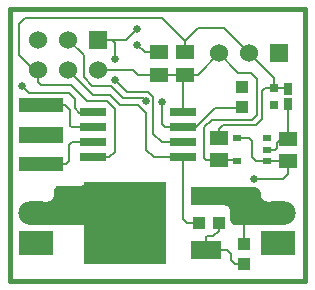
<source format=gtl>
G04 (created by PCBNEW (2013-01-08 BZR 3894)-testing) date Sat 12 Jan 2013 10:37:44 PM CET*
%MOIN*%
G04 Gerber Fmt 3.4, Leading zero omitted, Abs format*
%FSLAX34Y34*%
G01*
G70*
G90*
G04 APERTURE LIST*
%ADD10C,3.14961e-06*%
%ADD11C,0.015*%
%ADD12R,0.06X0.06*%
%ADD13C,0.06*%
%ADD14R,0.0314X0.0314*%
%ADD15R,0.11811X0.0787402*%
%ADD16O,0.11811X0.0787402*%
%ADD17R,0.059X0.0511*%
%ADD18R,0.0984252X0.0590551*%
%ADD19R,0.275591X0.275591*%
%ADD20R,0.0393X0.0433*%
%ADD21R,0.149606X0.0472441*%
%ADD22R,0.149606X0.0551181*%
%ADD23R,0.0433X0.0393*%
%ADD24R,0.0866142X0.0275591*%
%ADD25R,0.03X0.02*%
%ADD26R,0.0256X0.0394*%
%ADD27C,0.025*%
%ADD28C,0.008*%
%ADD29C,0.00984252*%
G04 APERTURE END LIST*
G54D10*
G54D11*
X29921Y-13779D02*
X29921Y-22834D01*
X39763Y-22834D02*
X39763Y-13779D01*
X39763Y-13779D02*
X29921Y-13779D01*
X39763Y-22834D02*
X29921Y-22834D01*
G54D12*
X38893Y-15255D03*
G54D13*
X37893Y-15255D03*
X36893Y-15255D03*
G54D14*
X38720Y-16987D03*
X38720Y-16397D03*
G54D15*
X38877Y-21562D03*
G54D16*
X38877Y-20562D03*
G54D15*
X30787Y-21562D03*
G54D16*
X30787Y-20562D03*
G54D12*
X32870Y-14795D03*
G54D13*
X32870Y-15795D03*
X31870Y-14795D03*
X31870Y-15795D03*
X30870Y-14795D03*
X30870Y-15795D03*
G54D17*
X34881Y-15964D03*
X34881Y-15216D03*
X36889Y-18818D03*
X36889Y-18070D03*
X39192Y-18838D03*
X39192Y-18090D03*
X35767Y-15964D03*
X35767Y-15216D03*
G54D18*
X36476Y-21811D03*
X36476Y-20000D03*
G54D19*
X33760Y-20905D03*
G54D20*
X36221Y-20905D03*
X36889Y-20905D03*
G54D21*
X30964Y-16988D03*
G54D22*
X30964Y-17972D03*
G54D21*
X30964Y-18956D03*
G54D23*
X37736Y-21595D03*
X37736Y-22263D03*
G54D24*
X32692Y-17222D03*
X32692Y-17722D03*
X32692Y-18222D03*
X32692Y-18722D03*
X35692Y-18722D03*
X35692Y-18222D03*
X35692Y-17722D03*
X35692Y-17222D03*
G54D25*
X38511Y-18839D03*
X38511Y-18089D03*
X37511Y-18839D03*
X38511Y-18464D03*
X37511Y-18089D03*
G54D26*
X39212Y-16436D03*
X39212Y-16948D03*
G54D23*
X37657Y-16378D03*
X37657Y-17046D03*
G54D27*
X33444Y-15452D03*
X33444Y-16141D03*
X34173Y-14429D03*
X30314Y-16338D03*
X34173Y-14960D03*
X34448Y-16850D03*
X34980Y-16870D03*
X38051Y-19448D03*
X32874Y-20177D03*
X32874Y-19783D03*
X33267Y-19783D03*
X33267Y-20177D03*
X33661Y-20177D03*
X33661Y-19783D03*
X34055Y-19783D03*
X34055Y-20177D03*
X34448Y-20177D03*
X34448Y-19783D03*
X34842Y-19783D03*
X34842Y-20177D03*
X30964Y-17972D03*
X39192Y-18090D03*
X37657Y-16378D03*
X38720Y-16988D03*
G54D28*
X33444Y-16141D02*
X33838Y-16535D01*
X33444Y-15452D02*
X33444Y-14921D01*
X33444Y-14921D02*
X33318Y-14795D01*
X32870Y-14795D02*
X33318Y-14795D01*
X34704Y-17933D02*
X34994Y-18222D01*
X34704Y-16712D02*
X34704Y-17933D01*
X34527Y-16535D02*
X34704Y-16712D01*
X33838Y-16535D02*
X34527Y-16535D01*
X32870Y-14795D02*
X33807Y-14795D01*
X33807Y-14795D02*
X34173Y-14429D01*
X35692Y-18222D02*
X34994Y-18222D01*
X35692Y-18722D02*
X35692Y-20771D01*
X35692Y-20771D02*
X35826Y-20905D01*
X35826Y-20905D02*
X36221Y-20905D01*
X32696Y-16633D02*
X33248Y-16633D01*
X31870Y-15807D02*
X32696Y-16633D01*
X35692Y-18722D02*
X34726Y-18722D01*
X31870Y-15807D02*
X31870Y-15795D01*
X34468Y-18464D02*
X34726Y-18722D01*
X34468Y-17224D02*
X34468Y-18464D01*
X34212Y-16968D02*
X34468Y-17224D01*
X33582Y-16968D02*
X34212Y-16968D01*
X33248Y-16633D02*
X33582Y-16968D01*
X32086Y-16771D02*
X32086Y-17086D01*
X32086Y-17086D02*
X32224Y-17224D01*
X32224Y-17224D02*
X32690Y-17224D01*
X32692Y-17222D02*
X32690Y-17224D01*
X31889Y-16574D02*
X30551Y-16574D01*
X30551Y-16574D02*
X30314Y-16338D01*
X31889Y-16574D02*
X32086Y-16771D01*
X32692Y-17222D02*
X32692Y-17220D01*
X34173Y-14960D02*
X34429Y-15216D01*
X34429Y-15216D02*
X34881Y-15216D01*
X36771Y-17066D02*
X37637Y-17066D01*
X36116Y-17722D02*
X36771Y-17066D01*
X35692Y-17722D02*
X36116Y-17722D01*
X37637Y-17066D02*
X37657Y-17046D01*
X34980Y-17618D02*
X34980Y-16870D01*
X35692Y-17722D02*
X35084Y-17722D01*
X35084Y-17722D02*
X34980Y-17618D01*
X32381Y-15307D02*
X31870Y-14795D01*
X32381Y-16043D02*
X32381Y-15307D01*
X32677Y-16338D02*
X32381Y-16043D01*
X33287Y-16338D02*
X32677Y-16338D01*
X33700Y-16751D02*
X33287Y-16338D01*
X34350Y-16751D02*
X33700Y-16751D01*
X34448Y-16850D02*
X34350Y-16751D01*
X39192Y-18838D02*
X39192Y-19271D01*
X39015Y-19448D02*
X38051Y-19448D01*
X39192Y-19271D02*
X39015Y-19448D01*
X38511Y-18839D02*
X39191Y-18839D01*
X39191Y-18839D02*
X39192Y-18838D01*
X37511Y-18089D02*
X37912Y-18089D01*
X38130Y-18839D02*
X38511Y-18839D01*
X37992Y-18700D02*
X38130Y-18839D01*
X37992Y-18169D02*
X37992Y-18700D01*
X37912Y-18089D02*
X37992Y-18169D01*
X30964Y-16988D02*
X31771Y-16988D01*
X31994Y-17722D02*
X32692Y-17722D01*
X31929Y-17657D02*
X31994Y-17722D01*
X31929Y-17145D02*
X31929Y-17657D01*
X31771Y-16988D02*
X31929Y-17145D01*
X30964Y-18956D02*
X31791Y-18956D01*
X31994Y-18222D02*
X32692Y-18222D01*
X31909Y-18307D02*
X31994Y-18222D01*
X31909Y-18838D02*
X31909Y-18307D01*
X31791Y-18956D02*
X31909Y-18838D01*
X33760Y-20905D02*
X34114Y-20905D01*
X32874Y-20177D02*
X33760Y-20905D01*
X33267Y-19783D02*
X32874Y-19783D01*
X33661Y-20177D02*
X33267Y-20177D01*
X34055Y-19783D02*
X33661Y-19783D01*
X34448Y-20177D02*
X34055Y-20177D01*
X34842Y-19783D02*
X34448Y-19783D01*
X34114Y-20905D02*
X34842Y-20177D01*
X30787Y-20562D02*
X33417Y-20562D01*
X33417Y-20562D02*
X33760Y-20905D01*
X36889Y-18070D02*
X36889Y-17775D01*
X38444Y-16397D02*
X38720Y-16397D01*
X38326Y-16515D02*
X38444Y-16397D01*
X38326Y-17440D02*
X38326Y-16515D01*
X38129Y-17637D02*
X38326Y-17440D01*
X37027Y-17637D02*
X38129Y-17637D01*
X36889Y-17775D02*
X37027Y-17637D01*
X38720Y-16397D02*
X38720Y-16082D01*
X38720Y-16082D02*
X37893Y-15255D01*
X38720Y-16397D02*
X39173Y-16397D01*
X39173Y-16397D02*
X39212Y-16436D01*
X33070Y-16830D02*
X33149Y-16830D01*
X33226Y-18722D02*
X32692Y-18722D01*
X33425Y-18523D02*
X33226Y-18722D01*
X33425Y-17106D02*
X33425Y-18523D01*
X33149Y-16830D02*
X33425Y-17106D01*
X31948Y-16299D02*
X30964Y-16299D01*
X30964Y-16299D02*
X30870Y-16204D01*
X30870Y-15795D02*
X30870Y-16204D01*
X32480Y-16830D02*
X31948Y-16299D01*
X33070Y-16830D02*
X32480Y-16830D01*
X30870Y-15795D02*
X30736Y-15795D01*
X30736Y-15795D02*
X30236Y-15295D01*
X30236Y-15295D02*
X30236Y-14271D01*
X30236Y-14271D02*
X30433Y-14074D01*
X30433Y-14074D02*
X35000Y-14074D01*
X35000Y-14074D02*
X35767Y-14842D01*
X35767Y-15216D02*
X35767Y-14842D01*
X37047Y-14409D02*
X37893Y-15255D01*
X35767Y-14842D02*
X36200Y-14409D01*
X36200Y-14409D02*
X37047Y-14409D01*
X38511Y-18464D02*
X38759Y-18464D01*
X38759Y-18464D02*
X38818Y-18405D01*
X38818Y-18405D02*
X38818Y-18228D01*
X38818Y-18228D02*
X38956Y-18090D01*
X38956Y-18090D02*
X39192Y-18090D01*
X39212Y-16948D02*
X39212Y-18070D01*
X39212Y-18070D02*
X39192Y-18090D01*
X37736Y-21595D02*
X37736Y-20708D01*
X37736Y-20708D02*
X37881Y-20562D01*
X37881Y-20562D02*
X38877Y-20562D01*
X36476Y-21811D02*
X37165Y-21811D01*
X37420Y-22263D02*
X37736Y-22263D01*
X37283Y-22125D02*
X37420Y-22263D01*
X37283Y-21929D02*
X37283Y-22125D01*
X37165Y-21811D02*
X37283Y-21929D01*
X36476Y-21811D02*
X36476Y-21358D01*
X36889Y-21162D02*
X36889Y-20905D01*
X36712Y-21338D02*
X36889Y-21162D01*
X36496Y-21338D02*
X36712Y-21338D01*
X36476Y-21358D02*
X36496Y-21338D01*
X38720Y-16987D02*
X38720Y-16988D01*
X36397Y-17716D02*
X36653Y-17460D01*
X36889Y-18818D02*
X36476Y-18818D01*
X37543Y-15905D02*
X36893Y-15255D01*
X36397Y-18740D02*
X36397Y-17716D01*
X36476Y-18818D02*
X36397Y-18740D01*
X37952Y-15905D02*
X37543Y-15905D01*
X38149Y-16102D02*
X37952Y-15905D01*
X38149Y-17322D02*
X38149Y-16102D01*
X38011Y-17460D02*
X38149Y-17322D01*
X36653Y-17460D02*
X38011Y-17460D01*
X36889Y-18818D02*
X37491Y-18818D01*
X37491Y-18818D02*
X37511Y-18839D01*
X36751Y-15397D02*
X36893Y-15255D01*
X35692Y-17222D02*
X35692Y-16039D01*
X35692Y-16039D02*
X35767Y-15964D01*
X32870Y-15795D02*
X34023Y-15795D01*
X34192Y-15964D02*
X34881Y-15964D01*
X34023Y-15795D02*
X34192Y-15964D01*
X34881Y-15964D02*
X35767Y-15964D01*
X35767Y-15964D02*
X36185Y-15964D01*
X36185Y-15964D02*
X36893Y-15255D01*
G54D29*
X32443Y-19576D02*
X32851Y-19576D01*
X32406Y-19655D02*
X32983Y-19655D01*
X31476Y-19733D02*
X33001Y-19733D01*
X31430Y-19812D02*
X33001Y-19812D01*
X31427Y-19890D02*
X33001Y-19890D01*
X31427Y-19968D02*
X33001Y-19968D01*
X31416Y-20047D02*
X33001Y-20047D01*
X31377Y-20125D02*
X33001Y-20125D01*
X31276Y-20204D02*
X33001Y-20204D01*
X30607Y-20282D02*
X33001Y-20282D01*
X30581Y-20361D02*
X33001Y-20361D01*
X30580Y-20439D02*
X33001Y-20439D01*
X30580Y-20517D02*
X33001Y-20517D01*
X30580Y-20596D02*
X33001Y-20596D01*
X30580Y-20674D02*
X33001Y-20674D01*
X30580Y-20753D02*
X33001Y-20753D01*
X30601Y-20831D02*
X32981Y-20831D01*
X33001Y-20755D02*
X32998Y-20786D01*
X32990Y-20814D01*
X32976Y-20839D01*
X32958Y-20862D01*
X32936Y-20880D01*
X32910Y-20894D01*
X32883Y-20902D01*
X32851Y-20905D01*
X30730Y-20905D01*
X30699Y-20902D01*
X30671Y-20894D01*
X30646Y-20880D01*
X30624Y-20862D01*
X30605Y-20839D01*
X30592Y-20814D01*
X30583Y-20786D01*
X30580Y-20755D01*
X30580Y-20368D01*
X30583Y-20340D01*
X30589Y-20315D01*
X30600Y-20292D01*
X30615Y-20271D01*
X30634Y-20252D01*
X30655Y-20238D01*
X30679Y-20227D01*
X30704Y-20221D01*
X30732Y-20218D01*
X31180Y-20224D01*
X31221Y-20220D01*
X31263Y-20210D01*
X31302Y-20192D01*
X31338Y-20167D01*
X31368Y-20137D01*
X31393Y-20101D01*
X31412Y-20062D01*
X31423Y-20021D01*
X31427Y-19980D01*
X31427Y-19844D01*
X31430Y-19813D01*
X31438Y-19786D01*
X31452Y-19760D01*
X31470Y-19738D01*
X31492Y-19719D01*
X31518Y-19706D01*
X31546Y-19697D01*
X31577Y-19694D01*
X32325Y-19694D01*
X32344Y-19693D01*
X32364Y-19686D01*
X32383Y-19676D01*
X32399Y-19663D01*
X32413Y-19646D01*
X32423Y-19628D01*
X32429Y-19607D01*
X32430Y-19591D01*
X32431Y-19584D01*
X32432Y-19582D01*
X32432Y-19581D01*
X32434Y-19579D01*
X32435Y-19578D01*
X32437Y-19577D01*
X32439Y-19577D01*
X32443Y-19576D01*
X32851Y-19576D01*
X32883Y-19579D01*
X32910Y-19588D01*
X32936Y-19601D01*
X32958Y-19620D01*
X32976Y-19642D01*
X32990Y-19668D01*
X32998Y-19695D01*
X33001Y-19726D01*
X33001Y-20755D01*
X36242Y-19753D02*
X38068Y-19753D01*
X36110Y-19832D02*
X38200Y-19832D01*
X36092Y-19910D02*
X38218Y-19910D01*
X36092Y-19989D02*
X38219Y-19989D01*
X36092Y-20067D02*
X38234Y-20067D01*
X36101Y-20146D02*
X38283Y-20146D01*
X36164Y-20224D02*
X38442Y-20224D01*
X37203Y-20302D02*
X39055Y-20302D01*
X37265Y-20381D02*
X39074Y-20381D01*
X37290Y-20459D02*
X39074Y-20459D01*
X37293Y-20538D02*
X39074Y-20538D01*
X37293Y-20616D02*
X39074Y-20616D01*
X37293Y-20695D02*
X39074Y-20695D01*
X37295Y-20773D02*
X39073Y-20773D01*
X37328Y-20851D02*
X39039Y-20851D01*
X39074Y-20755D02*
X39071Y-20786D01*
X39063Y-20814D01*
X39049Y-20839D01*
X39031Y-20862D01*
X39009Y-20880D01*
X38983Y-20894D01*
X38955Y-20902D01*
X38924Y-20905D01*
X37443Y-20905D01*
X37412Y-20902D01*
X37384Y-20894D01*
X37359Y-20880D01*
X37336Y-20862D01*
X37318Y-20839D01*
X37304Y-20814D01*
X37296Y-20786D01*
X37293Y-20755D01*
X37293Y-20489D01*
X37288Y-20444D01*
X37274Y-20397D01*
X37252Y-20355D01*
X37221Y-20317D01*
X37184Y-20287D01*
X37141Y-20264D01*
X37095Y-20250D01*
X37049Y-20246D01*
X36242Y-20246D01*
X36211Y-20242D01*
X36183Y-20234D01*
X36158Y-20220D01*
X36135Y-20202D01*
X36117Y-20180D01*
X36103Y-20154D01*
X36095Y-20127D01*
X36092Y-20096D01*
X36092Y-19903D01*
X36095Y-19872D01*
X36103Y-19845D01*
X36117Y-19819D01*
X36135Y-19797D01*
X36158Y-19779D01*
X36183Y-19765D01*
X36211Y-19757D01*
X36242Y-19753D01*
X38068Y-19753D01*
X38099Y-19757D01*
X38127Y-19765D01*
X38152Y-19779D01*
X38175Y-19797D01*
X38193Y-19819D01*
X38207Y-19845D01*
X38215Y-19872D01*
X38218Y-19903D01*
X38218Y-19982D01*
X38222Y-20028D01*
X38237Y-20074D01*
X38259Y-20117D01*
X38290Y-20154D01*
X38327Y-20185D01*
X38370Y-20207D01*
X38416Y-20221D01*
X38462Y-20226D01*
X38924Y-20226D01*
X38955Y-20229D01*
X38983Y-20237D01*
X39009Y-20251D01*
X39031Y-20269D01*
X39049Y-20292D01*
X39063Y-20317D01*
X39071Y-20345D01*
X39074Y-20376D01*
X39074Y-20755D01*
M02*

</source>
